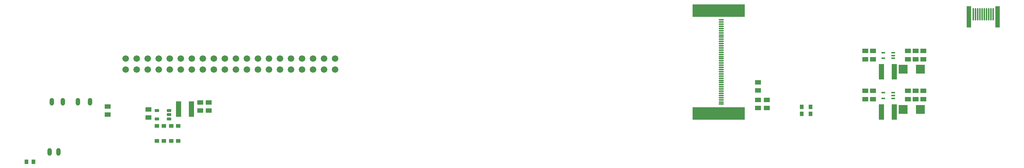
<source format=gtp>
G04 Layer_Color=8421504*
%FSLAX25Y25*%
%MOIN*%
G70*
G01*
G75*
%ADD12R,0.03740X0.03937*%
%ADD13R,0.03937X0.19685*%
G04:AMPARAMS|DCode=14|XSize=15.75mil|YSize=33.47mil|CornerRadius=1.97mil|HoleSize=0mil|Usage=FLASHONLY|Rotation=270.000|XOffset=0mil|YOffset=0mil|HoleType=Round|Shape=RoundedRectangle|*
%AMROUNDEDRECTD14*
21,1,0.01575,0.02953,0,0,270.0*
21,1,0.01181,0.03347,0,0,270.0*
1,1,0.00394,-0.01476,-0.00591*
1,1,0.00394,-0.01476,0.00591*
1,1,0.00394,0.01476,0.00591*
1,1,0.00394,0.01476,-0.00591*
%
%ADD14ROUNDEDRECTD14*%
%ADD15R,0.04528X0.14173*%
%ADD16R,0.07874X0.07874*%
%ADD17R,0.05512X0.04134*%
%ADD18R,0.03937X0.03740*%
G04:AMPARAMS|DCode=19|XSize=23.62mil|YSize=39.37mil|CornerRadius=2.01mil|HoleSize=0mil|Usage=FLASHONLY|Rotation=270.000|XOffset=0mil|YOffset=0mil|HoleType=Round|Shape=RoundedRectangle|*
%AMROUNDEDRECTD19*
21,1,0.02362,0.03535,0,0,270.0*
21,1,0.01961,0.03937,0,0,270.0*
1,1,0.00402,-0.01768,-0.00980*
1,1,0.00402,-0.01768,0.00980*
1,1,0.00402,0.01768,0.00980*
1,1,0.00402,0.01768,-0.00980*
%
%ADD19ROUNDEDRECTD19*%
%ADD20O,0.01181X0.11811*%
%ADD21O,0.03937X0.07087*%
%ADD23R,0.03543X0.03937*%
%ADD24O,0.05118X0.01181*%
%ADD25R,0.47244X0.11811*%
%ADD26C,0.05905*%
D12*
X752756Y57480D02*
D03*
Y51181D02*
D03*
X744882Y57480D02*
D03*
Y51181D02*
D03*
D13*
X896457Y139370D02*
D03*
X922441D02*
D03*
D14*
X818799Y65354D02*
D03*
Y70472D02*
D03*
X827658D02*
D03*
Y67913D02*
D03*
Y65354D02*
D03*
X818799Y101772D02*
D03*
Y106890D02*
D03*
X827658D02*
D03*
Y104331D02*
D03*
Y101772D02*
D03*
D15*
X817126Y52953D02*
D03*
X828740D02*
D03*
X817126Y89370D02*
D03*
X828740D02*
D03*
X191142Y55512D02*
D03*
X179528D02*
D03*
D16*
X852362Y55315D02*
D03*
X836614D02*
D03*
X852362Y91732D02*
D03*
X836614D02*
D03*
D17*
X848032Y64567D02*
D03*
Y72047D02*
D03*
X840945Y64567D02*
D03*
Y72047D02*
D03*
X802362Y64567D02*
D03*
Y72047D02*
D03*
X809449Y64567D02*
D03*
Y72047D02*
D03*
X855118Y64567D02*
D03*
Y72047D02*
D03*
X855118Y100984D02*
D03*
Y108465D02*
D03*
X809449Y100984D02*
D03*
Y108465D02*
D03*
X802362Y100984D02*
D03*
Y108465D02*
D03*
X840945Y100984D02*
D03*
Y108465D02*
D03*
X848032Y100984D02*
D03*
Y108465D02*
D03*
X712992Y63976D02*
D03*
Y56496D02*
D03*
X705118Y63976D02*
D03*
Y56496D02*
D03*
X705118Y79921D02*
D03*
Y72441D02*
D03*
X151969Y55315D02*
D03*
Y47835D02*
D03*
X206693Y54134D02*
D03*
Y61614D02*
D03*
X199213Y54134D02*
D03*
Y61614D02*
D03*
X114961Y57874D02*
D03*
Y50394D02*
D03*
D18*
X179134Y26378D02*
D03*
X172835D02*
D03*
X166142D02*
D03*
X159843D02*
D03*
X166142Y40157D02*
D03*
X159843D02*
D03*
X179134D02*
D03*
X172835D02*
D03*
D19*
X170768Y46654D02*
D03*
X170768Y50394D02*
D03*
X170768Y54134D02*
D03*
X159941D02*
D03*
Y46654D02*
D03*
D20*
X918307Y141732D02*
D03*
X916339D02*
D03*
X914370D02*
D03*
X912402D02*
D03*
X910433D02*
D03*
X908465D02*
D03*
X906496D02*
D03*
X904527D02*
D03*
X902559D02*
D03*
X900591D02*
D03*
D21*
X64488Y62205D02*
D03*
X74331D02*
D03*
X88110D02*
D03*
X99134Y62205D02*
D03*
X70472Y16535D02*
D03*
X62598D02*
D03*
D23*
X41339Y7480D02*
D03*
X47638D02*
D03*
D24*
X671850Y60039D02*
D03*
Y62008D02*
D03*
Y63976D02*
D03*
Y65945D02*
D03*
Y67913D02*
D03*
Y69882D02*
D03*
Y71850D02*
D03*
Y73819D02*
D03*
Y75787D02*
D03*
Y77756D02*
D03*
Y79724D02*
D03*
Y81693D02*
D03*
Y83661D02*
D03*
Y85630D02*
D03*
Y87598D02*
D03*
Y89567D02*
D03*
Y91535D02*
D03*
Y93504D02*
D03*
Y95472D02*
D03*
Y97441D02*
D03*
Y99410D02*
D03*
Y101378D02*
D03*
Y103347D02*
D03*
Y105315D02*
D03*
Y107283D02*
D03*
Y109252D02*
D03*
Y111221D02*
D03*
Y113189D02*
D03*
Y115157D02*
D03*
Y117126D02*
D03*
Y119095D02*
D03*
Y121063D02*
D03*
Y123031D02*
D03*
Y125000D02*
D03*
Y126969D02*
D03*
Y128937D02*
D03*
Y130905D02*
D03*
Y132874D02*
D03*
Y134843D02*
D03*
Y136811D02*
D03*
D25*
X669291Y51575D02*
D03*
Y145276D02*
D03*
D26*
X131378Y91457D02*
D03*
Y101457D02*
D03*
X141378Y91457D02*
D03*
Y101457D02*
D03*
X151378Y91457D02*
D03*
Y101457D02*
D03*
X161378Y91457D02*
D03*
Y101457D02*
D03*
X171378Y91457D02*
D03*
Y101457D02*
D03*
X181378Y91457D02*
D03*
Y101457D02*
D03*
X191378Y91457D02*
D03*
Y101457D02*
D03*
X201378Y91457D02*
D03*
Y101457D02*
D03*
X211378Y91457D02*
D03*
Y101457D02*
D03*
X221378Y91457D02*
D03*
Y101457D02*
D03*
X231378Y91457D02*
D03*
Y101457D02*
D03*
X241378Y91457D02*
D03*
Y101457D02*
D03*
X251378Y91457D02*
D03*
Y101457D02*
D03*
X261378Y91457D02*
D03*
Y101457D02*
D03*
X271378Y91457D02*
D03*
Y101457D02*
D03*
X281378Y91457D02*
D03*
Y101457D02*
D03*
X291378Y91457D02*
D03*
Y101457D02*
D03*
X301378Y91457D02*
D03*
Y101457D02*
D03*
X311378Y91457D02*
D03*
Y101457D02*
D03*
X321378Y91457D02*
D03*
Y101457D02*
D03*
M02*

</source>
